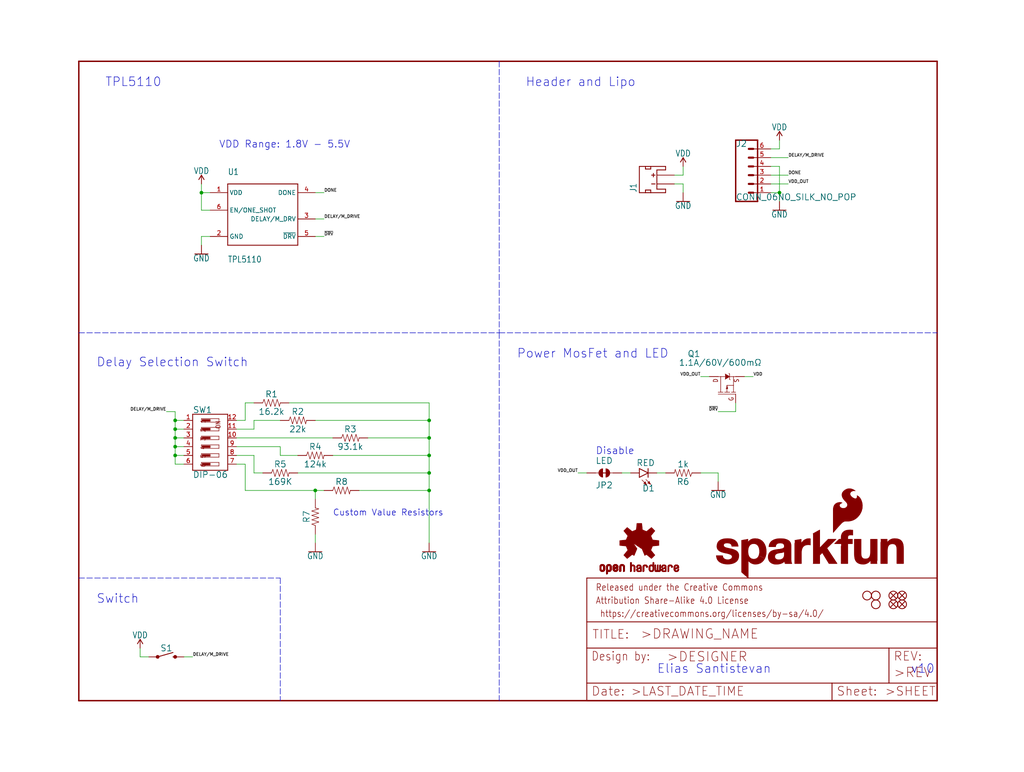
<source format=kicad_sch>
(kicad_sch (version 20211123) (generator eeschema)
  (paper "User" 297.002 223.926)
  (lib_symbols
    (symbol "eagleSchem-eagle-import:124KOHM"
      (property "Reference" "R" (at 0 1.524 0))
      (property "Value" "124KOHM" (at 0 -1.524 0))
      (symbol "124KOHM_1_0"
        (pin passive line (at -5.08 0 0) (length 2.54) (name "1") (number "1"))
        (pin passive line (at 5.08 0 180) (length 2.54) (name "2") (number "2"))
      )
    )
    (symbol "eagleSchem-eagle-import:16.2KOHM-0603-1{slash}10W-1%"
      (property "Reference" "R" (at 0 1.524 0))
      (property "Value" "16.2KOHM-0603-1{slash}10W-1%" (at 0 -1.524 0))
      (symbol "16.2KOHM-0603-1{slash}10W-1%_1_0"
        (pin passive line (at -5.08 0 0) (length 2.54) (name "1") (number "1"))
        (pin passive line (at 5.08 0 180) (length 2.54) (name "2") (number "2"))
      )
    )
    (symbol "eagleSchem-eagle-import:169KOHM"
      (property "Reference" "R" (at 0 1.524 0))
      (property "Value" "169KOHM" (at 0 -1.524 0))
      (symbol "169KOHM_1_0"
        (pin passive line (at -5.08 0 0) (length 2.54) (name "1") (number "1"))
        (pin passive line (at 5.08 0 180) (length 2.54) (name "2") (number "2"))
      )
    )
    (symbol "eagleSchem-eagle-import:1KOHM-0603-1{slash}10W-1%"
      (property "Reference" "R" (at 0 1.524 0))
      (property "Value" "1KOHM-0603-1{slash}10W-1%" (at 0 -1.524 0))
      (symbol "1KOHM-0603-1{slash}10W-1%_1_0"
        (pin passive line (at -5.08 0 0) (length 2.54) (name "1") (number "1"))
        (pin passive line (at 5.08 0 180) (length 2.54) (name "2") (number "2"))
      )
    )
    (symbol "eagleSchem-eagle-import:22KOHM-0603-1{slash}10W-1%"
      (property "Reference" "R" (at 0 1.524 0))
      (property "Value" "22KOHM-0603-1{slash}10W-1%" (at 0 -1.524 0))
      (symbol "22KOHM-0603-1{slash}10W-1%_1_0"
        (pin passive line (at -5.08 0 0) (length 2.54) (name "1") (number "1"))
        (pin passive line (at 5.08 0 180) (length 2.54) (name "2") (number "2"))
      )
    )
    (symbol "eagleSchem-eagle-import:93.1KOHM"
      (property "Reference" "R" (at 0 1.524 0))
      (property "Value" "93.1KOHM" (at 0 -1.524 0))
      (symbol "93.1KOHM_1_0"
        (pin passive line (at -5.08 0 0) (length 2.54) (name "1") (number "1"))
        (pin passive line (at 5.08 0 180) (length 2.54) (name "2") (number "2"))
      )
    )
    (symbol "eagleSchem-eagle-import:CONN_06NO_SILK_NO_POP"
      (property "Reference" "J" (at -5.08 10.668 0))
      (property "Value" "CONN_06NO_SILK_NO_POP" (at -5.08 -9.906 0))
      (symbol "CONN_06NO_SILK_NO_POP_1_0"
        (pin passive line (at 5.08 -5.08 180) (length 5.08) (name "1") (number "1"))
        (pin passive line (at 5.08 -2.54 180) (length 5.08) (name "2") (number "2"))
        (pin passive line (at 5.08 0 180) (length 5.08) (name "3") (number "3"))
        (pin passive line (at 5.08 2.54 180) (length 5.08) (name "4") (number "4"))
        (pin passive line (at 5.08 5.08 180) (length 5.08) (name "5") (number "5"))
        (pin passive line (at 5.08 7.62 180) (length 5.08) (name "6") (number "6"))
      )
    )
    (symbol "eagleSchem-eagle-import:DIP-06"
      (property "Reference" "SW" (at -7.112 -5.08 90))
      (property "Value" "DIP-06" (at 9.652 -5.08 90))
      (symbol "DIP-06_1_0"
        (text "1" (at -4.826 -2.794 0) (effects (font (size 1.27 1.27)) (justify top)))
        (text "2" (at -2.286 -2.794 0) (effects (font (size 1.27 1.27)) (justify top)))
        (text "3" (at 0.254 -2.794 0) (effects (font (size 1.27 1.27)) (justify top)))
        (text "4" (at 2.794 -2.794 0) (effects (font (size 1.27 1.27)) (justify top)))
        (text "5" (at 5.334 -2.794 0) (effects (font (size 1.27 1.27)) (justify top)))
        (text "6" (at 7.874 -2.794 0) (effects (font (size 1.27 1.27)) (justify top)))
        (text "ON" (at -3.81 3.048 0) (effects (font (size 1.27 1.0795)) (justify bottom)))
        (pin bidirectional line (at -5.08 -7.62 90) (length 2.54) (name "1") (number "1"))
        (pin bidirectional line (at 0 7.62 270) (length 2.54) (name "10") (number "10"))
        (pin bidirectional line (at -2.54 7.62 270) (length 2.54) (name "11") (number "11"))
        (pin bidirectional line (at -5.08 7.62 270) (length 2.54) (name "12") (number "12"))
        (pin bidirectional line (at -2.54 -7.62 90) (length 2.54) (name "2") (number "2"))
        (pin bidirectional line (at 0 -7.62 90) (length 2.54) (name "3") (number "3"))
        (pin bidirectional line (at 2.54 -7.62 90) (length 2.54) (name "4") (number "4"))
        (pin bidirectional line (at 5.08 -7.62 90) (length 2.54) (name "5") (number "5"))
        (pin bidirectional line (at 7.62 -7.62 90) (length 2.54) (name "6") (number "6"))
        (pin bidirectional line (at 7.62 7.62 270) (length 2.54) (name "7") (number "7"))
        (pin bidirectional line (at 5.08 7.62 270) (length 2.54) (name "8") (number "8"))
        (pin bidirectional line (at 2.54 7.62 270) (length 2.54) (name "9") (number "9"))
      )
    )
    (symbol "eagleSchem-eagle-import:FIDUCIALUFIDUCIAL")
    (symbol "eagleSchem-eagle-import:FRAME-LETTER"
      (symbol "FRAME-LETTER_2_0"
        (text " https://creativecommons.org/licenses/by-sa/4.0/" (at 2.54 24.13 0) (effects (font (size 1.9304 1.6408)) (justify left bottom)))
        (text ">DESIGNER" (at 23.114 11.176 0) (effects (font (size 2.7432 2.7432)) (justify left bottom)))
        (text ">DRAWING_NAME" (at 15.494 17.78 0) (effects (font (size 2.7432 2.7432)) (justify left bottom)))
        (text ">LAST_DATE_TIME" (at 12.7 1.27 0) (effects (font (size 2.54 2.54)) (justify left bottom)))
        (text ">REV" (at 88.9 6.604 0) (effects (font (size 2.7432 2.7432)) (justify left bottom)))
        (text ">SHEET" (at 86.36 1.27 0) (effects (font (size 2.54 2.54)) (justify left bottom)))
        (text "Attribution Share-Alike 4.0 License" (at 2.54 27.94 0) (effects (font (size 1.9304 1.6408)) (justify left bottom)))
        (text "Date:" (at 1.27 1.27 0) (effects (font (size 2.54 2.54)) (justify left bottom)))
        (text "Design by:" (at 1.27 11.43 0) (effects (font (size 2.54 2.159)) (justify left bottom)))
        (text "Released under the Creative Commons" (at 2.54 31.75 0) (effects (font (size 1.9304 1.6408)) (justify left bottom)))
        (text "REV:" (at 88.9 11.43 0) (effects (font (size 2.54 2.54)) (justify left bottom)))
        (text "Sheet:" (at 72.39 1.27 0) (effects (font (size 2.54 2.54)) (justify left bottom)))
        (text "TITLE:" (at 1.524 17.78 0) (effects (font (size 2.54 2.54)) (justify left bottom)))
      )
    )
    (symbol "eagleSchem-eagle-import:GND" (power)
      (property "Value" "GND" (at 0 -0.254 0))
      (symbol "GND_1_0"
        (pin power_in line (at 0 2.54 270) (length 2.54) (name "GND") (number "1"))
      )
    )
    (symbol "eagleSchem-eagle-import:JST_2MM_MALE"
      (property "Reference" "J" (at -2.54 5.842 0))
      (symbol "JST_2MM_MALE_1_0"
        (pin bidirectional line (at 0 -5.08 90) (length 5.08) (name "-") (number "1"))
        (pin bidirectional line (at 2.54 -5.08 90) (length 5.08) (name "+") (number "2"))
        (pin bidirectional line (at -2.54 2.54 90) (length 0) (name "PAD1") (number "NC1"))
        (pin bidirectional line (at 5.08 2.54 90) (length 0) (name "PAD2") (number "NC2"))
      )
    )
    (symbol "eagleSchem-eagle-import:JUMPER-SMT_2_NC_TRACE_SILK"
      (property "Reference" "JP" (at -2.54 2.54 0))
      (property "Value" "JUMPER-SMT_2_NC_TRACE_SILK" (at -2.54 -2.54 0))
      (symbol "JUMPER-SMT_2_NC_TRACE_SILK_1_0"
        (pin passive line (at -5.08 0 0) (length 2.54) (name "1") (number "1"))
        (pin passive line (at 5.08 0 180) (length 2.54) (name "2") (number "2"))
      )
    )
    (symbol "eagleSchem-eagle-import:LED-RED0603"
      (property "Reference" "D" (at -3.429 -4.572 90))
      (property "Value" "LED-RED0603" (at 1.905 -4.572 90))
      (symbol "LED-RED0603_1_0"
        (pin passive line (at 0 2.54 270) (length 2.54) (name "A") (number "A"))
        (pin passive line (at 0 -5.08 90) (length 2.54) (name "C") (number "C"))
      )
    )
    (symbol "eagleSchem-eagle-import:MOMENTARY-SWITCH-SPST-SMD-5.2MM-TALL"
      (property "Reference" "S" (at 0 1.524 0))
      (property "Value" "MOMENTARY-SWITCH-SPST-SMD-5.2MM-TALL" (at 0 -0.508 0))
      (symbol "MOMENTARY-SWITCH-SPST-SMD-5.2MM-TALL_1_0"
        (pin passive line (at -5.08 0 0) (length 2.54) (name "1") (number "1"))
        (pin passive line (at 5.08 0 180) (length 2.54) (name "2") (number "3"))
      )
    )
    (symbol "eagleSchem-eagle-import:MOSFET_PCH-SI2309DS"
      (property "Reference" "Q" (at 5.08 0 0))
      (property "Value" "MOSFET_PCH-SI2309DS" (at 5.08 -2.54 0))
      (symbol "MOSFET_PCH-SI2309DS_1_0"
        (text "D" (at 0.762 2.54 0) (effects (font (size 1.27 1.0795)) (justify left bottom)))
        (text "G" (at -3.302 -0.508 0) (effects (font (size 1.27 1.0795)) (justify right top)))
        (text "S" (at 0.762 -3.556 0) (effects (font (size 1.27 1.0795)) (justify left bottom)))
        (pin bidirectional line (at -5.08 -2.54 0) (length 2.54) (name "G") (number "1"))
        (pin bidirectional line (at 2.54 -5.08 90) (length 2.54) (name "S") (number "2"))
        (pin bidirectional line (at 2.54 5.08 270) (length 2.54) (name "D") (number "3"))
      )
    )
    (symbol "eagleSchem-eagle-import:OSHW-LOGOS")
    (symbol "eagleSchem-eagle-import:RESISTOR0603"
      (property "Reference" "R" (at 0 1.524 0))
      (property "Value" "RESISTOR0603" (at 0 -1.524 0))
      (symbol "RESISTOR0603_1_0"
        (pin passive line (at -5.08 0 0) (length 2.54) (name "1") (number "1"))
        (pin passive line (at 5.08 0 180) (length 2.54) (name "2") (number "2"))
      )
    )
    (symbol "eagleSchem-eagle-import:RESISTORAXIAL-0.3"
      (property "Reference" "R" (at 0 1.524 0))
      (property "Value" "RESISTORAXIAL-0.3" (at 0 -1.524 0))
      (symbol "RESISTORAXIAL-0.3_1_0"
        (pin passive line (at -5.08 0 0) (length 2.54) (name "1") (number "P$1"))
        (pin passive line (at 5.08 0 180) (length 2.54) (name "2") (number "P$2"))
      )
    )
    (symbol "eagleSchem-eagle-import:SFE_LOGO_FLAME.1_INCH")
    (symbol "eagleSchem-eagle-import:SFE_LOGO_NAME.1_INCH")
    (symbol "eagleSchem-eagle-import:STAND-OFFTIGHT")
    (symbol "eagleSchem-eagle-import:TPL5110"
      (property "Reference" "U" (at -10.16 10.16 0))
      (property "Value" "TPL5110" (at -10.16 -15.24 0))
      (symbol "TPL5110_1_0"
        (pin power_in line (at -15.24 5.08 0) (length 5.08) (name "VDD") (number "1"))
        (pin power_in line (at -15.24 -7.62 0) (length 5.08) (name "GND") (number "2"))
        (pin input line (at 15.24 -2.54 180) (length 5.08) (name "DELAY/M_DRV") (number "3"))
        (pin input line (at 15.24 5.08 180) (length 5.08) (name "DONE") (number "4"))
        (pin output line (at 15.24 -7.62 180) (length 5.08) (name "~{DRV}") (number "5"))
        (pin input line (at -15.24 0 0) (length 5.08) (name "EN/ONE_SHOT") (number "6"))
      )
    )
    (symbol "eagleSchem-eagle-import:VDD" (power)
      (property "Value" "VDD" (at 0 2.794 0))
      (symbol "VDD_1_0"
        (pin power_in line (at 0 0 90) (length 2.54) (name "VDD") (number "1"))
      )
    )
  )
  (junction (at 50.8 132.08))
  (junction (at 50.8 121.92))
  (junction (at 124.46 142.24))
  (junction (at 124.46 137.16))
  (junction (at 50.8 124.46))
  (junction (at 124.46 132.08))
  (junction (at 226.06 55.88))
  (junction (at 58.42 55.88))
  (junction (at 91.44 142.24))
  (junction (at 50.8 127))
  (junction (at 50.8 129.54))
  (junction (at 124.46 121.92))
  (junction (at 124.46 127))
  (wire (pts (xy 58.42 60.96) (xy 58.42 55.88)))
  (wire (pts (xy 60.96 60.96) (xy 58.42 60.96)))
  (polyline (pts (xy 81.28 167.64) (xy 81.28 203.2)))
  (wire (pts (xy 223.52 55.88) (xy 226.06 55.88)))
  (wire (pts (xy 50.8 134.62) (xy 50.8 132.08)))
  (wire (pts (xy 53.34 124.46) (xy 50.8 124.46)))
  (wire (pts (xy 50.8 132.08) (xy 50.8 129.54)))
  (wire (pts (xy 91.44 55.88) (xy 93.98 55.88)))
  (wire (pts (xy 71.12 121.92) (xy 71.12 116.84)))
  (wire (pts (xy 68.58 124.46) (xy 73.66 124.46)))
  (wire (pts (xy 81.28 132.08) (xy 86.36 132.08)))
  (wire (pts (xy 68.58 134.62) (xy 71.12 134.62)))
  (polyline (pts (xy 144.78 96.52) (xy 271.78 96.52)))
  (wire (pts (xy 58.42 55.88) (xy 58.42 53.34)))
  (wire (pts (xy 226.06 55.88) (xy 226.06 58.42)))
  (wire (pts (xy 73.66 132.08) (xy 73.66 137.16)))
  (wire (pts (xy 86.36 137.16) (xy 124.46 137.16)))
  (wire (pts (xy 68.58 129.54) (xy 81.28 129.54)))
  (wire (pts (xy 124.46 121.92) (xy 124.46 127)))
  (wire (pts (xy 68.58 132.08) (xy 73.66 132.08)))
  (wire (pts (xy 50.8 124.46) (xy 50.8 121.92)))
  (polyline (pts (xy 22.86 96.52) (xy 144.78 96.52)))
  (wire (pts (xy 53.34 132.08) (xy 50.8 132.08)))
  (wire (pts (xy 91.44 144.78) (xy 91.44 142.24)))
  (wire (pts (xy 50.8 119.38) (xy 48.26 119.38)))
  (wire (pts (xy 60.96 55.88) (xy 58.42 55.88)))
  (polyline (pts (xy 144.78 17.78) (xy 144.78 96.52)))
  (wire (pts (xy 71.12 116.84) (xy 73.66 116.84)))
  (wire (pts (xy 198.12 50.8) (xy 198.12 48.26)))
  (wire (pts (xy 195.58 53.34) (xy 198.12 53.34)))
  (wire (pts (xy 96.52 127) (xy 68.58 127)))
  (wire (pts (xy 43.18 190.5) (xy 40.64 190.5)))
  (wire (pts (xy 226.06 48.26) (xy 226.06 55.88)))
  (wire (pts (xy 96.52 132.08) (xy 124.46 132.08)))
  (wire (pts (xy 91.44 142.24) (xy 93.98 142.24)))
  (wire (pts (xy 104.14 142.24) (xy 124.46 142.24)))
  (wire (pts (xy 50.8 127) (xy 50.8 124.46)))
  (wire (pts (xy 73.66 121.92) (xy 81.28 121.92)))
  (wire (pts (xy 91.44 68.58) (xy 93.98 68.58)))
  (wire (pts (xy 68.58 121.92) (xy 71.12 121.92)))
  (wire (pts (xy 71.12 134.62) (xy 71.12 142.24)))
  (wire (pts (xy 71.12 142.24) (xy 91.44 142.24)))
  (wire (pts (xy 106.68 127) (xy 124.46 127)))
  (wire (pts (xy 208.28 137.16) (xy 203.2 137.16)))
  (wire (pts (xy 124.46 132.08) (xy 124.46 137.16)))
  (wire (pts (xy 223.52 50.8) (xy 228.6 50.8)))
  (wire (pts (xy 60.96 68.58) (xy 58.42 68.58)))
  (wire (pts (xy 73.66 137.16) (xy 76.2 137.16)))
  (wire (pts (xy 198.12 53.34) (xy 198.12 55.88)))
  (wire (pts (xy 53.34 134.62) (xy 50.8 134.62)))
  (wire (pts (xy 40.64 190.5) (xy 40.64 187.96)))
  (wire (pts (xy 203.2 109.22) (xy 205.74 109.22)))
  (wire (pts (xy 226.06 43.18) (xy 226.06 40.64)))
  (wire (pts (xy 93.98 63.5) (xy 91.44 63.5)))
  (wire (pts (xy 53.34 127) (xy 50.8 127)))
  (wire (pts (xy 124.46 137.16) (xy 124.46 142.24)))
  (wire (pts (xy 182.88 137.16) (xy 180.34 137.16)))
  (wire (pts (xy 223.52 45.72) (xy 228.6 45.72)))
  (wire (pts (xy 50.8 121.92) (xy 50.8 119.38)))
  (wire (pts (xy 213.36 119.38) (xy 213.36 116.84)))
  (wire (pts (xy 223.52 53.34) (xy 228.6 53.34)))
  (wire (pts (xy 91.44 154.94) (xy 91.44 157.48)))
  (wire (pts (xy 58.42 68.58) (xy 58.42 71.12)))
  (wire (pts (xy 223.52 48.26) (xy 226.06 48.26)))
  (wire (pts (xy 124.46 116.84) (xy 124.46 121.92)))
  (wire (pts (xy 208.28 139.7) (xy 208.28 137.16)))
  (wire (pts (xy 167.64 137.16) (xy 170.18 137.16)))
  (wire (pts (xy 193.04 137.16) (xy 190.5 137.16)))
  (polyline (pts (xy 144.78 96.52) (xy 144.78 203.2)))
  (wire (pts (xy 223.52 43.18) (xy 226.06 43.18)))
  (wire (pts (xy 195.58 50.8) (xy 198.12 50.8)))
  (wire (pts (xy 215.9 109.22) (xy 218.44 109.22)))
  (wire (pts (xy 81.28 129.54) (xy 81.28 132.08)))
  (wire (pts (xy 124.46 142.24) (xy 124.46 157.48)))
  (wire (pts (xy 124.46 127) (xy 124.46 132.08)))
  (wire (pts (xy 83.82 116.84) (xy 124.46 116.84)))
  (wire (pts (xy 53.34 129.54) (xy 50.8 129.54)))
  (wire (pts (xy 53.34 121.92) (xy 50.8 121.92)))
  (wire (pts (xy 208.28 119.38) (xy 213.36 119.38)))
  (wire (pts (xy 50.8 129.54) (xy 50.8 127)))
  (polyline (pts (xy 22.86 167.64) (xy 81.28 167.64)))
  (wire (pts (xy 53.34 190.5) (xy 55.88 190.5)))
  (wire (pts (xy 91.44 121.92) (xy 124.46 121.92)))
  (wire (pts (xy 73.66 124.46) (xy 73.66 121.92)))
  (text "TPL5110" (at 30.48 25.4 180) (effects (font (size 2.54 2.54)) (justify left bottom)))
  (text "Delay Selection Switch" (at 27.94 106.68 180) (effects (font (size 2.54 2.54)) (justify left bottom)))
  (text "Elias Santistevan" (at 190.5 195.58 180) (effects (font (size 2.54 2.54)) (justify left bottom)))
  (text "VDD Range: 1.8V - 5.5V" (at 63.5 43.18 180) (effects (font (size 2.032 2.032)) (justify left bottom)))
  (text "Custom Value Resistors" (at 96.52 149.86 180) (effects (font (size 1.778 1.778)) (justify left bottom)))
  (text "Switch" (at 27.94 175.26 180) (effects (font (size 2.54 2.54)) (justify left bottom)))
  (text "Header and Lipo" (at 152.4 25.4 180) (effects (font (size 2.54 2.54)) (justify left bottom)))
  (text "v10" (at 264.16 195.58 180) (effects (font (size 2.54 2.54)) (justify left bottom)))
  (text "Power MosFet and LED" (at 149.86 104.14 180) (effects (font (size 2.54 2.54)) (justify left bottom)))
  (text "Disable" (at 172.72 132.08 180) (effects (font (size 2.032 2.032)) (justify left bottom)))
  (label "DONE" (at 93.98 55.88 0) (effects (font (size 0.889 0.889))))
  (label "VDD_OUT" (at 228.6 53.34 0) (effects (font (size 0.889 0.889))))
  (label "~{DRV}" (at 208.28 119.38 180) (effects (font (size 0.889 0.889))))
  (label "DONE" (at 228.6 50.8 0) (effects (font (size 0.889 0.889))))
  (label "DELAY/M_DRIVE" (at 93.98 63.5 0) (effects (font (size 0.889 0.889))))
  (label "DELAY/M_DRIVE" (at 55.88 190.5 0) (effects (font (size 0.889 0.889))))
  (label "VDD" (at 218.44 109.22 0) (effects (font (size 0.889 0.889))))
  (label "DELAY/M_DRIVE" (at 48.26 119.38 180) (effects (font (size 0.889 0.889))))
  (label "VDD_OUT" (at 203.2 109.22 180) (effects (font (size 0.889 0.889))))
  (label "~{DRV}" (at 93.98 68.58 0) (effects (font (size 0.889 0.889))))
  (label "DELAY/M_DRIVE" (at 228.6 45.72 0) (effects (font (size 0.889 0.889))))
  (label "VDD_OUT" (at 167.64 137.16 180) (effects (font (size 0.889 0.889))))
  (symbol (lib_id "eagleSchem-eagle-import:JUMPER-SMT_2_NC_TRACE_SILK") (at 175.26 137.16 180) (unit 1)
    (property "Reference" "JP2" (at 177.8 139.7 0) (effects (font (size 1.778 1.778)) (justify left bottom)))
    (property "Value" "LED" (at 177.8 134.62 0) (effects (font (size 1.778 1.778)) (justify left top)))
    (property "Footprint" "eagleSchem:SMT-JUMPER_2_NC_TRACE_SILK" (effects hide))
  )
  (symbol (lib_id "eagleSchem-eagle-import:GND") (at 198.12 58.42 0) (unit 1)
    (property "Reference" "#GND2" (effects hide))
    (property "Value" "GND" (at 198.12 58.674 0) (effects (font (size 1.778 1.5113)) (justify top)))
    (property "Footprint" "eagleSchem:" (effects hide))
  )
  (symbol (lib_id "eagleSchem-eagle-import:MOSFET_PCH-SI2309DS") (at 210.82 111.76 90) (unit 1)
    (property "Reference" "Q1" (at 203.2 101.6 90) (effects (font (size 1.778 1.778)) (justify left bottom)))
    (property "Value" "1.1A/60V/600mΩ" (at 220.98 104.14 90) (effects (font (size 1.778 1.778)) (justify left bottom)))
    (property "Footprint" "eagleSchem:SOT23-3" (effects hide))
  )
  (symbol (lib_id "eagleSchem-eagle-import:OSHW-LOGOS") (at 185.42 157.48 0) (unit 1)
    (property "Reference" "LOGO2" (effects hide))
    (property "Value" "OSHW-LOGOS" (effects hide))
    (property "Footprint" "eagleSchem:OSHW-LOGO-S" (effects hide))
  )
  (symbol (lib_id "eagleSchem-eagle-import:FRAME-LETTER") (at 170.18 203.2 0) (unit 2)
    (property "Reference" "FRAME1" (effects hide))
    (property "Value" "FRAME-LETTER" (effects hide))
    (property "Footprint" "eagleSchem:CREATIVE_COMMONS" (effects hide))
  )
  (symbol (lib_id "eagleSchem-eagle-import:STAND-OFFTIGHT") (at 251.46 172.72 0) (unit 1)
    (property "Reference" "H4" (effects hide))
    (property "Value" "STAND-OFFTIGHT" (effects hide))
    (property "Footprint" "eagleSchem:STAND-OFF-TIGHT" (effects hide))
  )
  (symbol (lib_id "eagleSchem-eagle-import:GND") (at 58.42 73.66 0) (unit 1)
    (property "Reference" "#GND1" (effects hide))
    (property "Value" "GND" (at 58.42 73.914 0) (effects (font (size 1.778 1.5113)) (justify top)))
    (property "Footprint" "eagleSchem:" (effects hide))
  )
  (symbol (lib_id "eagleSchem-eagle-import:VDD") (at 40.64 187.96 0) (unit 1)
    (property "Reference" "#SUPPLY5" (effects hide))
    (property "Value" "VDD" (at 40.64 185.166 0) (effects (font (size 1.778 1.5113)) (justify bottom)))
    (property "Footprint" "eagleSchem:" (effects hide))
  )
  (symbol (lib_id "eagleSchem-eagle-import:VDD") (at 58.42 53.34 0) (unit 1)
    (property "Reference" "#SUPPLY1" (effects hide))
    (property "Value" "VDD" (at 58.42 50.546 0) (effects (font (size 1.778 1.5113)) (justify bottom)))
    (property "Footprint" "eagleSchem:" (effects hide))
  )
  (symbol (lib_id "eagleSchem-eagle-import:VDD") (at 226.06 40.64 0) (unit 1)
    (property "Reference" "#SUPPLY4" (effects hide))
    (property "Value" "VDD" (at 226.06 37.846 0) (effects (font (size 1.778 1.5113)) (justify bottom)))
    (property "Footprint" "eagleSchem:" (effects hide))
  )
  (symbol (lib_id "eagleSchem-eagle-import:GND") (at 226.06 60.96 0) (unit 1)
    (property "Reference" "#GND4" (effects hide))
    (property "Value" "GND" (at 226.06 61.214 0) (effects (font (size 1.778 1.5113)) (justify top)))
    (property "Footprint" "eagleSchem:" (effects hide))
  )
  (symbol (lib_id "eagleSchem-eagle-import:FIDUCIALUFIDUCIAL") (at 259.08 172.72 0) (unit 1)
    (property "Reference" "FD2" (effects hide))
    (property "Value" "FIDUCIALUFIDUCIAL" (effects hide))
    (property "Footprint" "eagleSchem:FIDUCIAL-MICRO" (effects hide))
  )
  (symbol (lib_id "eagleSchem-eagle-import:DIP-06") (at 60.96 127 270) (unit 1)
    (property "Reference" "SW1" (at 55.88 119.888 90) (effects (font (size 1.778 1.778)) (justify left bottom)))
    (property "Value" "DIP-06" (at 55.88 136.652 90) (effects (font (size 1.778 1.778)) (justify left top)))
    (property "Footprint" "eagleSchem:DIPSWITCH-06-SMD" (effects hide))
  )
  (symbol (lib_id "eagleSchem-eagle-import:FIDUCIALUFIDUCIAL") (at 261.62 172.72 0) (unit 1)
    (property "Reference" "FD1" (effects hide))
    (property "Value" "FIDUCIALUFIDUCIAL" (effects hide))
    (property "Footprint" "eagleSchem:FIDUCIAL-MICRO" (effects hide))
  )
  (symbol (lib_id "eagleSchem-eagle-import:VDD") (at 198.12 48.26 0) (unit 1)
    (property "Reference" "#SUPPLY2" (effects hide))
    (property "Value" "VDD" (at 198.12 45.466 0) (effects (font (size 1.778 1.5113)) (justify bottom)))
    (property "Footprint" "eagleSchem:" (effects hide))
  )
  (symbol (lib_id "eagleSchem-eagle-import:TPL5110") (at 76.2 60.96 0) (unit 1)
    (property "Reference" "U1" (at 66.04 50.8 0) (effects (font (size 1.778 1.5113)) (justify left bottom)))
    (property "Value" "TPL5110" (at 66.04 76.2 0) (effects (font (size 1.778 1.5113)) (justify left bottom)))
    (property "Footprint" "eagleSchem:SOT23-6" (effects hide))
  )
  (symbol (lib_id "eagleSchem-eagle-import:SFE_LOGO_FLAME.1_INCH") (at 241.3 154.94 0) (unit 1)
    (property "Reference" "LOGO3" (effects hide))
    (property "Value" "SFE_LOGO_FLAME.1_INCH" (effects hide))
    (property "Footprint" "eagleSchem:SFE_LOGO_FLAME_.1" (effects hide))
  )
  (symbol (lib_id "eagleSchem-eagle-import:GND") (at 124.46 160.02 0) (unit 1)
    (property "Reference" "#GND3" (effects hide))
    (property "Value" "GND" (at 124.46 160.274 0) (effects (font (size 1.778 1.5113)) (justify top)))
    (property "Footprint" "eagleSchem:" (effects hide))
  )
  (symbol (lib_id "eagleSchem-eagle-import:RESISTORAXIAL-0.3") (at 99.06 142.24 0) (unit 1)
    (property "Reference" "R8" (at 99.06 140.716 0) (effects (font (size 1.778 1.778)) (justify bottom)))
    (property "Value" " " (at 99.06 143.764 0) (effects (font (size 1.778 1.778)) (justify top)))
    (property "Footprint" "eagleSchem:AXIAL-0.3" (effects hide))
  )
  (symbol (lib_id "eagleSchem-eagle-import:FIDUCIALUFIDUCIAL") (at 261.62 175.26 0) (unit 1)
    (property "Reference" "FD4" (effects hide))
    (property "Value" "FIDUCIALUFIDUCIAL" (effects hide))
    (property "Footprint" "eagleSchem:FIDUCIAL-MICRO" (effects hide))
  )
  (symbol (lib_id "eagleSchem-eagle-import:CONN_06NO_SILK_NO_POP") (at 218.44 50.8 0) (unit 1)
    (property "Reference" "J2" (at 213.36 42.672 0) (effects (font (size 1.778 1.778)) (justify left bottom)))
    (property "Value" "CONN_06NO_SILK_NO_POP" (at 213.36 58.166 0) (effects (font (size 1.778 1.778)) (justify left bottom)))
    (property "Footprint" "eagleSchem:1X06_NO_SILK" (effects hide))
  )
  (symbol (lib_id "eagleSchem-eagle-import:MOMENTARY-SWITCH-SPST-SMD-5.2MM-TALL") (at 48.26 190.5 0) (unit 1)
    (property "Reference" "S1" (at 48.26 188.976 0) (effects (font (size 1.778 1.778)) (justify bottom)))
    (property "Value" "MOMENTARY-SWITCH-SPST-SMD-5.2MM-TALL" (effects hide))
    (property "Footprint" "eagleSchem:TACTILE_SWITCH_SMD_5.2MM" (effects hide))
  )
  (symbol (lib_id "eagleSchem-eagle-import:LED-RED0603") (at 185.42 137.16 90) (unit 1)
    (property "Reference" "D1" (at 189.992 140.589 90) (effects (font (size 1.778 1.778)) (justify left bottom)))
    (property "Value" "RED" (at 189.992 135.255 90) (effects (font (size 1.778 1.778)) (justify left top)))
    (property "Footprint" "eagleSchem:LED-0603" (effects hide))
  )
  (symbol (lib_id "eagleSchem-eagle-import:RESISTOR0603") (at 91.44 149.86 90) (unit 1)
    (property "Reference" "R7" (at 89.916 149.86 0) (effects (font (size 1.778 1.778)) (justify bottom)))
    (property "Value" " " (at 92.964 149.86 0) (effects (font (size 1.778 1.778)) (justify top)))
    (property "Footprint" "eagleSchem:0603" (effects hide))
  )
  (symbol (lib_id "eagleSchem-eagle-import:STAND-OFFTIGHT") (at 254 175.26 0) (unit 1)
    (property "Reference" "H2" (effects hide))
    (property "Value" "STAND-OFFTIGHT" (effects hide))
    (property "Footprint" "eagleSchem:STAND-OFF-TIGHT" (effects hide))
  )
  (symbol (lib_id "eagleSchem-eagle-import:GND") (at 208.28 142.24 0) (unit 1)
    (property "Reference" "#GND5" (effects hide))
    (property "Value" "GND" (at 208.28 142.494 0) (effects (font (size 1.778 1.5113)) (justify top)))
    (property "Footprint" "eagleSchem:" (effects hide))
  )
  (symbol (lib_id "eagleSchem-eagle-import:STAND-OFFTIGHT") (at 254 172.72 0) (unit 1)
    (property "Reference" "H1" (effects hide))
    (property "Value" "STAND-OFFTIGHT" (effects hide))
    (property "Footprint" "eagleSchem:STAND-OFF-TIGHT" (effects hide))
  )
  (symbol (lib_id "eagleSchem-eagle-import:22KOHM-0603-1{slash}10W-1%") (at 86.36 121.92 0) (unit 1)
    (property "Reference" "R2" (at 86.36 120.396 0) (effects (font (size 1.778 1.778)) (justify bottom)))
    (property "Value" "22k" (at 86.36 123.444 0) (effects (font (size 1.778 1.778)) (justify top)))
    (property "Footprint" "eagleSchem:0603" (effects hide))
  )
  (symbol (lib_id "eagleSchem-eagle-import:GND") (at 91.44 160.02 0) (unit 1)
    (property "Reference" "#GND6" (effects hide))
    (property "Value" "GND" (at 91.44 160.274 0) (effects (font (size 1.778 1.5113)) (justify top)))
    (property "Footprint" "eagleSchem:" (effects hide))
  )
  (symbol (lib_id "eagleSchem-eagle-import:JST_2MM_MALE") (at 190.5 53.34 90) (unit 1)
    (property "Reference" "J1" (at 184.658 55.88 0) (effects (font (size 1.778 1.5113)) (justify left bottom)))
    (property "Value" "JST_2MM_MALE" (effects hide))
    (property "Footprint" "eagleSchem:JST-2-SMD" (effects hide))
  )
  (symbol (lib_id "eagleSchem-eagle-import:93.1KOHM") (at 101.6 127 0) (unit 1)
    (property "Reference" "R3" (at 101.6 125.476 0) (effects (font (size 1.778 1.778)) (justify bottom)))
    (property "Value" "93.1k" (at 101.6 128.524 0) (effects (font (size 1.778 1.778)) (justify top)))
    (property "Footprint" "eagleSchem:0603" (effects hide))
  )
  (symbol (lib_id "eagleSchem-eagle-import:1KOHM-0603-1{slash}10W-1%") (at 198.12 137.16 180) (unit 1)
    (property "Reference" "R6" (at 198.12 138.684 0) (effects (font (size 1.778 1.778)) (justify bottom)))
    (property "Value" "1k" (at 198.12 135.636 0) (effects (font (size 1.778 1.778)) (justify top)))
    (property "Footprint" "eagleSchem:0603" (effects hide))
  )
  (symbol (lib_id "eagleSchem-eagle-import:124KOHM") (at 91.44 132.08 0) (unit 1)
    (property "Reference" "R4" (at 91.44 130.556 0) (effects (font (size 1.778 1.778)) (justify bottom)))
    (property "Value" "124k" (at 91.44 133.604 0) (effects (font (size 1.778 1.778)) (justify top)))
    (property "Footprint" "eagleSchem:0603" (effects hide))
  )
  (symbol (lib_id "eagleSchem-eagle-import:16.2KOHM-0603-1{slash}10W-1%") (at 78.74 116.84 0) (unit 1)
    (property "Reference" "R1" (at 78.74 115.316 0) (effects (font (size 1.778 1.778)) (justify bottom)))
    (property "Value" "16.2k" (at 78.74 118.364 0) (effects (font (size 1.778 1.778)) (justify top)))
    (property "Footprint" "eagleSchem:0603" (effects hide))
  )
  (symbol (lib_id "eagleSchem-eagle-import:SFE_LOGO_NAME.1_INCH") (at 205.74 167.64 0) (unit 1)
    (property "Reference" "LOGO1" (effects hide))
    (property "Value" "SFE_LOGO_NAME.1_INCH" (effects hide))
    (property "Footprint" "eagleSchem:SFE_LOGO_NAME_.1" (effects hide))
  )
  (symbol (lib_id "eagleSchem-eagle-import:FIDUCIALUFIDUCIAL") (at 259.08 175.26 0) (unit 1)
    (property "Reference" "FD3" (effects hide))
    (property "Value" "FIDUCIALUFIDUCIAL" (effects hide))
    (property "Footprint" "eagleSchem:FIDUCIAL-MICRO" (effects hide))
  )
  (symbol (lib_id "eagleSchem-eagle-import:169KOHM") (at 81.28 137.16 0) (unit 1)
    (property "Reference" "R5" (at 81.28 135.636 0) (effects (font (size 1.778 1.778)) (justify bottom)))
    (property "Value" "169K" (at 81.28 138.684 0) (effects (font (size 1.778 1.778)) (justify top)))
    (property "Footprint" "eagleSchem:0603" (effects hide))
  )
  (symbol (lib_id "eagleSchem-eagle-import:FRAME-LETTER") (at 22.86 203.2 0) (unit 1)
    (property "Reference" "FRAME1" (effects hide))
    (property "Value" "FRAME-LETTER" (effects hide))
    (property "Footprint" "eagleSchem:CREATIVE_COMMONS" (effects hide))
  )
)
</source>
